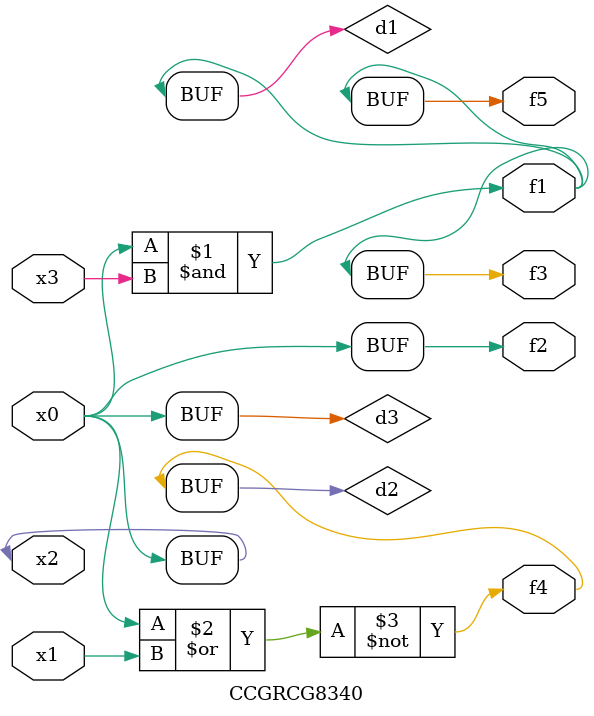
<source format=v>
module CCGRCG8340(
	input x0, x1, x2, x3,
	output f1, f2, f3, f4, f5
);

	wire d1, d2, d3;

	and (d1, x2, x3);
	nor (d2, x0, x1);
	buf (d3, x0, x2);
	assign f1 = d1;
	assign f2 = d3;
	assign f3 = d1;
	assign f4 = d2;
	assign f5 = d1;
endmodule

</source>
